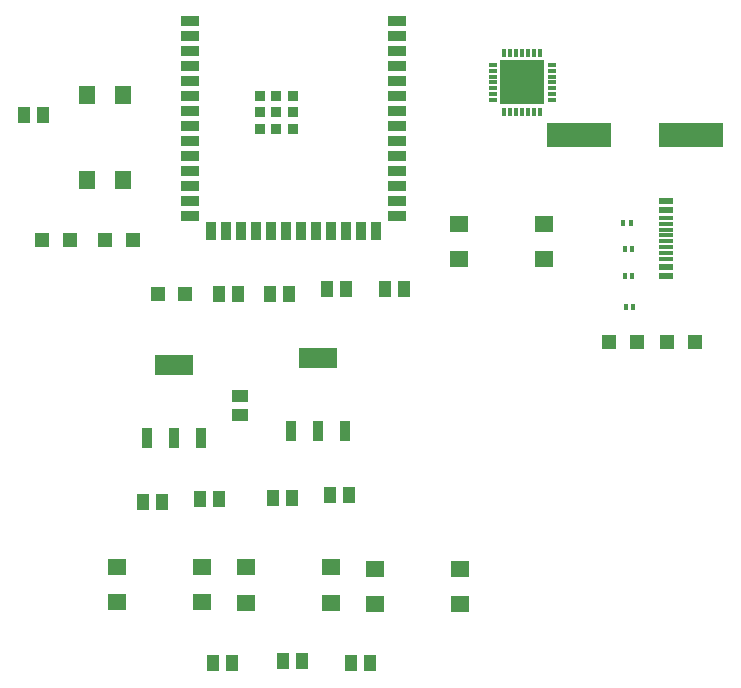
<source format=gbr>
%TF.GenerationSoftware,Altium Limited,Altium Designer,24.10.1 (45)*%
G04 Layer_Color=8421504*
%FSLAX45Y45*%
%MOMM*%
%TF.SameCoordinates,5161A517-D4F4-47BB-AA9F-3B40E8EE5112*%
%TF.FilePolarity,Positive*%
%TF.FileFunction,Paste,Top*%
%TF.Part,Single*%
G01*
G75*
%TA.AperFunction,SMDPad,CuDef*%
%ADD10R,0.30000X0.80000*%
%ADD11R,0.80000X0.30000*%
%ADD12R,3.75000X3.75000*%
%ADD13R,5.50000X2.00000*%
%ADD14R,1.15000X0.60000*%
%ADD15R,1.15000X0.30000*%
%ADD16R,0.35000X0.60000*%
%ADD17R,1.47000X1.02000*%
%ADD18R,1.02000X1.47000*%
%ADD19R,3.20000X1.80000*%
%ADD20R,0.95000X1.80000*%
%ADD21R,1.15000X1.25000*%
%ADD22R,1.60000X1.40000*%
%TA.AperFunction,ConnectorPad*%
%ADD23R,1.50000X0.90000*%
%ADD24R,0.90000X1.50000*%
%TA.AperFunction,BGAPad,CuDef*%
%ADD25R,0.90000X0.90000*%
%TA.AperFunction,SMDPad,CuDef*%
%ADD26R,1.40000X1.60000*%
D10*
X5928497Y5952297D02*
D03*
X5878500D02*
D03*
X5828497D02*
D03*
X5778500D02*
D03*
X5728498D02*
D03*
X5678495D02*
D03*
X5628498D02*
D03*
Y5452298D02*
D03*
X5678495D02*
D03*
X5728498D02*
D03*
X5778500D02*
D03*
X5828497D02*
D03*
X5878500D02*
D03*
X5928497D02*
D03*
D11*
X5528498Y5852297D02*
D03*
Y5802300D02*
D03*
Y5752297D02*
D03*
Y5702300D02*
D03*
Y5652298D02*
D03*
Y5602300D02*
D03*
Y5552298D02*
D03*
X6028497D02*
D03*
Y5602300D02*
D03*
Y5652298D02*
D03*
Y5702300D02*
D03*
Y5752297D02*
D03*
Y5802300D02*
D03*
Y5852297D02*
D03*
D12*
X5778500Y5702300D02*
D03*
D13*
X6261100Y5257800D02*
D03*
X7211101D02*
D03*
D14*
X6998101Y4701499D02*
D03*
Y4061501D02*
D03*
Y4141500D02*
D03*
Y4621500D02*
D03*
D15*
Y4556501D02*
D03*
Y4506498D02*
D03*
Y4456501D02*
D03*
Y4406499D02*
D03*
Y4356501D02*
D03*
Y4306499D02*
D03*
Y4256502D02*
D03*
Y4206499D02*
D03*
D16*
X6647700Y4292600D02*
D03*
X6712699D02*
D03*
X6700002Y4508500D02*
D03*
X6634998D02*
D03*
X6712702Y4064000D02*
D03*
X6647698D02*
D03*
X6719799Y3797300D02*
D03*
X6654800D02*
D03*
D17*
X3390900Y2888000D02*
D03*
Y3048000D02*
D03*
D18*
X1558300Y5422900D02*
D03*
X1718300D02*
D03*
X4149100Y2209800D02*
D03*
X4309100D02*
D03*
X3670300Y2184400D02*
D03*
X3830300D02*
D03*
X3208000Y2171700D02*
D03*
X3048000D02*
D03*
X2725400Y2146300D02*
D03*
X2565400D02*
D03*
X4127500Y3949700D02*
D03*
X4287500D02*
D03*
X3158500Y787400D02*
D03*
X3318500D02*
D03*
X3209300Y3911600D02*
D03*
X3369300D02*
D03*
X3915400Y800100D02*
D03*
X3755400D02*
D03*
X4779000Y3949700D02*
D03*
X4619000D02*
D03*
X4486900Y787400D02*
D03*
X4326900D02*
D03*
X3641100Y3911600D02*
D03*
X3801100D02*
D03*
D19*
X2830698Y3312404D02*
D03*
X4051300Y3370702D02*
D03*
D20*
X3060700Y2692400D02*
D03*
X2830698D02*
D03*
X2600696D02*
D03*
X3821298Y2750698D02*
D03*
X4051300D02*
D03*
X4281302D02*
D03*
D21*
X6746900Y3505200D02*
D03*
X6511900D02*
D03*
X7242200D02*
D03*
X7007200D02*
D03*
X2692400Y3911600D02*
D03*
X2927401D02*
D03*
X1946300Y4368800D02*
D03*
X1711300D02*
D03*
X2244700D02*
D03*
X2479700D02*
D03*
D22*
X5240701Y4206098D02*
D03*
X5960699D02*
D03*
X5240701Y4506102D02*
D03*
X5960699D02*
D03*
X3069499Y1600200D02*
D03*
X2349500D02*
D03*
X3069499Y1300201D02*
D03*
X2349500D02*
D03*
X5249499Y1585102D02*
D03*
X4529501D02*
D03*
X5249499Y1285098D02*
D03*
X4529501D02*
D03*
X4157299Y1597797D02*
D03*
X3437301D02*
D03*
X4157299Y1297798D02*
D03*
X3437301D02*
D03*
D23*
X2970398Y6220597D02*
D03*
Y6093597D02*
D03*
Y5966597D02*
D03*
Y5839597D02*
D03*
Y5712597D02*
D03*
Y5585597D02*
D03*
Y5458597D02*
D03*
Y5331597D02*
D03*
Y5204597D02*
D03*
Y5077597D02*
D03*
Y4950597D02*
D03*
Y4823597D02*
D03*
Y4696597D02*
D03*
Y4569597D02*
D03*
X4720402D02*
D03*
Y4696597D02*
D03*
Y4823597D02*
D03*
Y4950597D02*
D03*
Y5077597D02*
D03*
Y5204597D02*
D03*
Y5331597D02*
D03*
Y5458597D02*
D03*
Y5585597D02*
D03*
Y5712597D02*
D03*
Y5839597D02*
D03*
Y5966597D02*
D03*
Y6093597D02*
D03*
Y6220597D02*
D03*
D24*
X3146903Y4444599D02*
D03*
X3273903D02*
D03*
X3400903D02*
D03*
X3527903D02*
D03*
X3654903D02*
D03*
X3781903D02*
D03*
X3908903D02*
D03*
X4035903D02*
D03*
X4162903D02*
D03*
X4289903D02*
D03*
X4416903D02*
D03*
X4543903D02*
D03*
D25*
X3695400Y5448600D02*
D03*
Y5588599D02*
D03*
X3555401D02*
D03*
Y5448600D02*
D03*
Y5308600D02*
D03*
X3695400D02*
D03*
X3835400D02*
D03*
Y5448600D02*
D03*
Y5588599D02*
D03*
D26*
X2397902Y4872401D02*
D03*
Y5592399D02*
D03*
X2097898Y4872401D02*
D03*
Y5592399D02*
D03*
%TF.MD5,aef2010d33491a247cb74173a86ca72d*%
M02*

</source>
